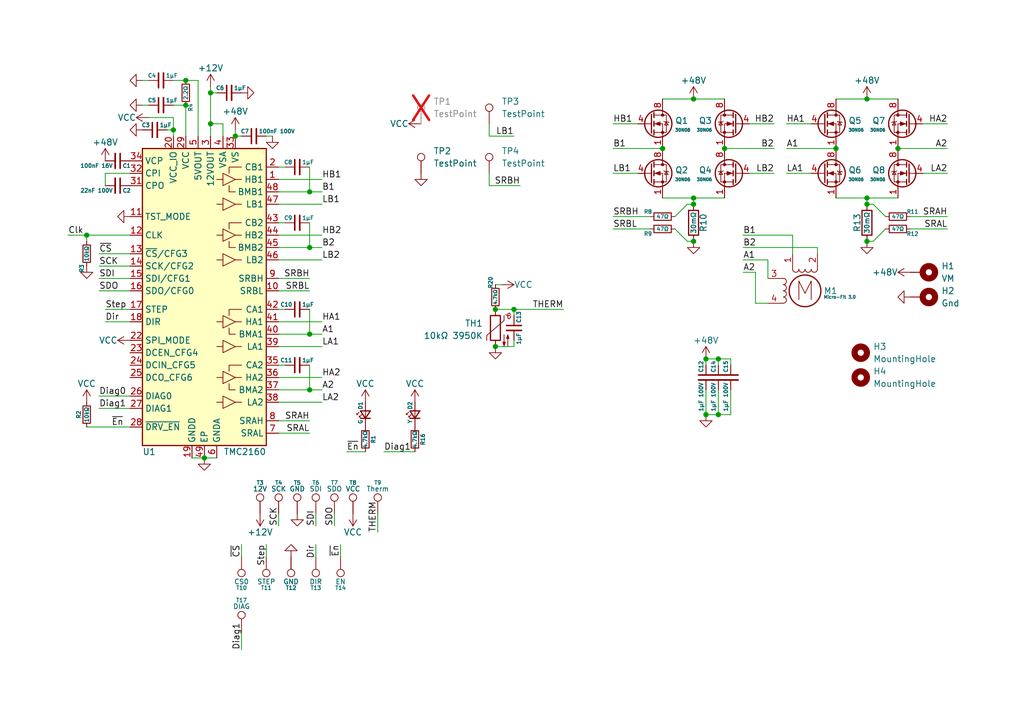
<source format=kicad_sch>
(kicad_sch (version 20230121) (generator eeschema)
  (paper "A5")
  (lib_symbols
    (symbol "Connector:TestPoint" (pin_numbers hide) (pin_names (offset 0.762) hide)
      (property "Reference" "TP" (at 0 6.858 0))
      (property "Value" "TestPoint" (at 0 5.08 0))
      (symbol "TestPoint_0_1"
        (circle (center 0 3.302) (radius 0.762))
      )
      (symbol "TestPoint_1_1"
        (pin passive line (at 0 0 90) (length 2.54) (name "1") (number "1"))
      )
    )
    (symbol "Device:C_Small" (pin_numbers hide) (pin_names (offset 0.254) hide)
      (property "Reference" "C" (at 0.254 1.778 0))
      (property "Value" "C_Small" (at 0.254 -2.032 0))
      (symbol "C_Small_0_1"
        (polyline (pts (xy -1.524 -0.508) (xy 1.524 -0.508)) (stroke (width 0.3302)))
        (polyline (pts (xy -1.524 0.508) (xy 1.524 0.508)) (stroke (width 0.3048)))
      )
      (symbol "C_Small_1_1"
        (pin passive line (at 0 2.54 270) (length 2.032) (name "~") (number "1"))
        (pin passive line (at 0 -2.54 90) (length 2.032) (name "~") (number "2"))
      )
    )
    (symbol "Device:LED_Small" (pin_numbers hide) (pin_names (offset 0.254) hide)
      (property "Reference" "D" (at -1.27 3.175 0))
      (property "Value" "LED_Small" (at -4.445 -2.54 0))
      (symbol "LED_Small_0_1"
        (polyline (pts (xy -0.762 -1.016) (xy -0.762 1.016)) (stroke (width 0.254)))
        (polyline (pts (xy 1.016 0) (xy -0.762 0)))
        (polyline (pts (xy 0.762 -1.016) (xy -0.762 0) (xy 0.762 1.016) (xy 0.762 -1.016)) (stroke (width 0.254)))
        (polyline (pts (xy 0 0.762) (xy -0.508 1.27) (xy -0.254 1.27) (xy -0.508 1.27) (xy -0.508 1.016)))
        (polyline (pts (xy 0.508 1.27) (xy 0 1.778) (xy 0.254 1.778) (xy 0 1.778) (xy 0 1.524)))
      )
      (symbol "LED_Small_1_1"
        (pin passive line (at -2.54 0 0) (length 1.778) (name "K") (number "1"))
        (pin passive line (at 2.54 0 180) (length 1.778) (name "A") (number "2"))
      )
    )
    (symbol "Device:R" (pin_numbers hide) (pin_names (offset 0))
      (property "Reference" "R" (at 2.032 0 90))
      (property "Value" "R" (at 0 0 90))
      (symbol "R_0_1"
        (rectangle (start -1.016 -2.54) (end 1.016 2.54) (stroke (width 0.254)))
      )
      (symbol "R_1_1"
        (pin passive line (at 0 3.81 270) (length 1.27) (name "~") (number "1"))
        (pin passive line (at 0 -3.81 90) (length 1.27) (name "~") (number "2"))
      )
    )
    (symbol "Device:R_Small" (pin_numbers hide) (pin_names (offset 0.254) hide)
      (property "Reference" "R" (at 0.762 0.508 0))
      (property "Value" "R_Small" (at 0.762 -1.016 0))
      (symbol "R_Small_0_1"
        (rectangle (start -0.762 1.778) (end 0.762 -1.778) (stroke (width 0.2032)))
      )
      (symbol "R_Small_1_1"
        (pin passive line (at 0 2.54 270) (length 0.762) (name "~") (number "1"))
        (pin passive line (at 0 -2.54 90) (length 0.762) (name "~") (number "2"))
      )
    )
    (symbol "Device:Thermistor_NTC" (pin_numbers hide) (pin_names (offset 0))
      (property "Reference" "TH" (at -4.445 0 90))
      (property "Value" "Thermistor_NTC" (at 3.175 0 90))
      (symbol "Thermistor_NTC_0_1"
        (arc (start -3.048 2.159) (mid -3.0495 2.3143) (end -3.175 2.413))
        (arc (start -3.048 2.159) (mid -2.9736 1.9794) (end -2.794 1.905))
        (arc (start -3.048 2.794) (mid -2.9736 2.6144) (end -2.794 2.54))
        (arc (start -2.794 1.905) (mid -2.6144 1.9794) (end -2.54 2.159))
        (arc (start -2.794 2.54) (mid -2.4393 2.5587) (end -2.159 2.794))
        (arc (start -2.794 3.048) (mid -2.9736 2.9736) (end -3.048 2.794))
        (arc (start -2.54 2.794) (mid -2.6144 2.9736) (end -2.794 3.048))
        (rectangle (start -1.016 2.54) (end 1.016 -2.54) (stroke (width 0.254)))
        (polyline (pts (xy -2.54 2.159) (xy -2.54 2.794)))
        (polyline (pts (xy -1.778 2.54) (xy -1.778 1.524) (xy 1.778 -1.524) (xy 1.778 -2.54)))
        (polyline (pts (xy -2.54 -3.683) (xy -2.54 -1.397) (xy -2.794 -2.159) (xy -2.286 -2.159) (xy -2.54 -1.397) (xy -2.54 -1.651)) (fill (type outline)))
        (polyline (pts (xy -1.778 -1.397) (xy -1.778 -3.683) (xy -2.032 -2.921) (xy -1.524 -2.921) (xy -1.778 -3.683) (xy -1.778 -3.429)) (fill (type outline)))
      )
      (symbol "Thermistor_NTC_1_1"
        (pin passive line (at 0 3.81 270) (length 1.27) (name "~") (number "1"))
        (pin passive line (at 0 -3.81 90) (length 1.27) (name "~") (number "2"))
      )
    )
    (symbol "Mechanical:MountingHole" (pin_names (offset 1.016))
      (property "Reference" "H" (at 0 5.08 0))
      (property "Value" "MountingHole" (at 0 3.175 0))
      (symbol "MountingHole_0_1"
        (circle (center 0 0) (radius 1.27) (stroke (width 1.27)))
      )
    )
    (symbol "Mechanical:MountingHole_Pad" (pin_numbers hide) (pin_names (offset 1.016) hide)
      (property "Reference" "H" (at 0 6.35 0))
      (property "Value" "MountingHole_Pad" (at 0 4.445 0))
      (symbol "MountingHole_Pad_0_1"
        (circle (center 0 1.27) (radius 1.27) (stroke (width 1.27)))
      )
      (symbol "MountingHole_Pad_1_1"
        (pin input line (at 0 -2.54 90) (length 2.54) (name "1") (number "1"))
      )
    )
    (symbol "Motor:Stepper_Motor_bipolar" (pin_names (offset 0) hide)
      (property "Reference" "M" (at 3.81 2.54 0))
      (property "Value" "Stepper_Motor_bipolar" (at 3.81 1.27 0))
      (symbol "Stepper_Motor_bipolar_0_0"
        (polyline (pts (xy -1.27 -1.778) (xy -1.27 2.032) (xy 0 -0.508) (xy 1.27 2.032) (xy 1.27 -1.778)))
      )
      (symbol "Stepper_Motor_bipolar_0_1"
        (arc (start -4.445 -2.54) (mid -3.8127 -1.905) (end -4.445 -1.27))
        (arc (start -4.445 -1.27) (mid -3.8127 -0.635) (end -4.445 0))
        (arc (start -4.445 0) (mid -3.8127 0.635) (end -4.445 1.27))
        (arc (start -4.445 1.27) (mid -3.8127 1.905) (end -4.445 2.54))
        (arc (start -2.54 4.445) (mid -1.905 3.8127) (end -1.27 4.445))
        (arc (start -1.27 4.445) (mid -0.635 3.8127) (end 0 4.445))
        (polyline (pts (xy -5.08 -2.54) (xy -4.445 -2.54)))
        (polyline (pts (xy -5.08 2.54) (xy -4.445 2.54)))
        (polyline (pts (xy -2.54 5.08) (xy -2.54 4.445)))
        (polyline (pts (xy 2.54 5.08) (xy 2.54 4.445)))
        (circle (center 0 0) (radius 3.2512) (stroke (width 0.254)))
        (arc (start 0 4.445) (mid 0.635 3.8127) (end 1.27 4.445))
        (arc (start 1.27 4.445) (mid 1.905 3.8127) (end 2.54 4.445))
      )
      (symbol "Stepper_Motor_bipolar_1_1"
        (pin passive line (at -2.54 7.62 270) (length 2.54) (name "~") (number "1"))
        (pin passive line (at 2.54 7.62 270) (length 2.54) (name "-") (number "2"))
        (pin passive line (at -7.62 2.54 0) (length 2.54) (name "~") (number "3"))
        (pin passive line (at -7.62 -2.54 0) (length 2.54) (name "~") (number "4"))
      )
    )
    (symbol "corevus:NMOS_DFN8" (pin_names hide)
      (property "Reference" "Q" (at 3.81 0 0))
      (property "Value" "NMOS" (at 3.81 -1.27 0))
      (symbol "NMOS_DFN8_0_1"
        (polyline (pts (xy -1.016 0) (xy -2.54 0)))
        (polyline (pts (xy -1.016 1.905) (xy -1.016 -1.905)) (stroke (width 0.254)))
        (polyline (pts (xy -0.508 -1.27) (xy -0.508 -2.286)) (stroke (width 0.254)))
        (polyline (pts (xy -0.508 0.508) (xy -0.508 -0.508)) (stroke (width 0.254)))
        (polyline (pts (xy -0.508 2.286) (xy -0.508 1.27)) (stroke (width 0.254)))
        (polyline (pts (xy 1.27 2.54) (xy 1.27 1.778)))
        (polyline (pts (xy 1.27 -2.54) (xy 1.27 0) (xy -0.508 0)))
        (polyline (pts (xy -0.508 -1.778) (xy 2.032 -1.778) (xy 2.032 1.778) (xy -0.508 1.778)))
        (polyline (pts (xy -0.254 0) (xy 0.762 0.381) (xy 0.762 -0.381) (xy -0.254 0)) (fill (type outline)))
        (polyline (pts (xy 1.524 0.508) (xy 1.651 0.381) (xy 2.413 0.381) (xy 2.54 0.254)))
        (polyline (pts (xy 2.032 0.381) (xy 1.651 -0.254) (xy 2.413 -0.254) (xy 2.032 0.381)))
        (circle (center 0.381 0) (radius 2.794) (stroke (width 0.254)))
        (circle (center 1.27 -1.778) (radius 0.254) (fill (type outline)))
        (circle (center 1.27 1.778) (radius 0.254) (fill (type outline)))
      )
      (symbol "NMOS_DFN8_1_1"
        (pin unspecified line (at 1.27 -5.08 90) (length 2.54) (name "S") (number "1"))
        (pin unspecified line (at 1.27 -5.08 90) (length 2.54) hide (name "S") (number "2"))
        (pin unspecified line (at 1.27 -5.08 90) (length 2.54) hide (name "S") (number "3"))
        (pin unspecified line (at -3.81 0 0) (length 1.27) (name "G") (number "4"))
        (pin unspecified line (at 1.27 5.08 270) (length 2.54) hide (name "D") (number "5"))
        (pin unspecified line (at 1.27 5.08 270) (length 2.54) hide (name "D") (number "6"))
        (pin unspecified line (at 1.27 5.08 270) (length 2.54) hide (name "D") (number "7"))
        (pin unspecified line (at 1.27 5.08 270) (length 2.54) (name "D") (number "8"))
      )
    )
    (symbol "corevus:TMC2160A-TA"
      (property "Reference" "U" (at -12.7 -31.75 0))
      (property "Value" "TMC2160" (at 12.7 -31.75 0))
      (symbol "TMC2160A-TA_0_1"
        (polyline (pts (xy 3.81 -21.59) (xy 2.54 -21.59)))
        (polyline (pts (xy 3.81 -16.51) (xy 2.54 -16.51)))
        (polyline (pts (xy 3.81 -10.16) (xy 2.54 -10.16)))
        (polyline (pts (xy 3.81 -5.08) (xy 2.54 -5.08)))
        (polyline (pts (xy 3.81 7.62) (xy 2.54 7.62)))
        (polyline (pts (xy 3.81 12.7) (xy 2.54 12.7)))
        (polyline (pts (xy 3.81 19.05) (xy 2.54 19.05)))
        (polyline (pts (xy 3.81 24.13) (xy 2.54 24.13)))
        (polyline (pts (xy 6.35 -21.59) (xy 7.62 -21.59)))
        (polyline (pts (xy 6.35 -10.16) (xy 7.62 -10.16)))
        (polyline (pts (xy 6.35 7.62) (xy 7.62 7.62)))
        (polyline (pts (xy 6.35 19.05) (xy 7.62 19.05)))
        (polyline (pts (xy 7.62 -16.51) (xy 6.35 -16.51)))
        (polyline (pts (xy 7.62 -5.08) (xy 6.35 -5.08)))
        (polyline (pts (xy 7.62 12.7) (xy 6.35 12.7)))
        (polyline (pts (xy 7.62 24.13) (xy 6.35 24.13)))
        (polyline (pts (xy 5.08 -17.78) (xy 5.08 -19.05) (xy 6.35 -19.05)))
        (polyline (pts (xy 5.08 -15.24) (xy 5.08 -13.97) (xy 7.62 -13.97)))
        (polyline (pts (xy 5.08 -6.35) (xy 5.08 -7.62) (xy 6.35 -7.62)))
        (polyline (pts (xy 5.08 -3.81) (xy 5.08 -2.54) (xy 7.62 -2.54)))
        (polyline (pts (xy 5.08 11.43) (xy 5.08 10.16) (xy 6.35 10.16)))
        (polyline (pts (xy 5.08 13.97) (xy 5.08 15.24) (xy 7.62 15.24)))
        (polyline (pts (xy 5.08 22.86) (xy 5.08 21.59) (xy 6.35 21.59)))
        (polyline (pts (xy 5.08 25.4) (xy 5.08 26.67) (xy 7.62 26.67)))
        (polyline (pts (xy 6.35 -21.59) (xy 3.81 -20.32) (xy 3.81 -22.86) (xy 6.35 -21.59)))
        (polyline (pts (xy 6.35 -16.51) (xy 3.81 -15.24) (xy 3.81 -17.78) (xy 6.35 -16.51)))
        (polyline (pts (xy 6.35 -10.16) (xy 3.81 -8.89) (xy 3.81 -11.43) (xy 6.35 -10.16)))
        (polyline (pts (xy 6.35 -5.08) (xy 3.81 -3.81) (xy 3.81 -6.35) (xy 6.35 -5.08)))
        (polyline (pts (xy 6.35 7.62) (xy 3.81 8.89) (xy 3.81 6.35) (xy 6.35 7.62)))
        (polyline (pts (xy 6.35 12.7) (xy 3.81 13.97) (xy 3.81 11.43) (xy 6.35 12.7)))
        (polyline (pts (xy 6.35 19.05) (xy 3.81 20.32) (xy 3.81 17.78) (xy 6.35 19.05)))
        (polyline (pts (xy 6.35 24.13) (xy 3.81 25.4) (xy 3.81 22.86) (xy 6.35 24.13)))
      )
      (symbol "TMC2160A-TA_1_1"
        (rectangle (start -12.7 30.48) (end 12.7 -30.48) (stroke (width 0.254)) (fill (type background)))
        (pin output line (at 15.24 24.13 180) (length 2.54) (name "HB1") (number "1"))
        (pin input line (at 15.24 1.27 180) (length 2.54) (name "SRBL") (number "10"))
        (pin input line (at -15.24 16.51 0) (length 2.54) (name "TST_MODE") (number "11"))
        (pin input line (at -15.24 12.7 0) (length 2.54) (name "CLK") (number "12"))
        (pin input line (at -15.24 8.89 0) (length 2.54) (name "~{CS}/CFG3") (number "13"))
        (pin input line (at -15.24 6.35 0) (length 2.54) (name "SCK/CFG2") (number "14"))
        (pin input line (at -15.24 3.81 0) (length 2.54) (name "SDI/CFG1") (number "15"))
        (pin passive line (at -15.24 1.27 0) (length 2.54) (name "SDO/CFG0") (number "16"))
        (pin input line (at -15.24 -2.54 0) (length 2.54) (name "STEP") (number "17"))
        (pin input line (at -15.24 -5.08 0) (length 2.54) (name "DIR") (number "18"))
        (pin power_in line (at -2.54 -33.02 90) (length 2.54) (name "GNDD") (number "19"))
        (pin output line (at 15.24 26.67 180) (length 2.54) (name "CB1") (number "2"))
        (pin power_in line (at -6.35 33.02 270) (length 2.54) (name "VCC_IO") (number "20"))
        (pin passive line (at -6.35 33.02 270) (length 2.54) hide (name "VCC_IO") (number "21"))
        (pin input line (at -15.24 -8.89 0) (length 2.54) (name "SPI_MODE") (number "22"))
        (pin input line (at -15.24 -11.43 0) (length 2.54) (name "DCEN_CFG4") (number "23"))
        (pin input line (at -15.24 -13.97 0) (length 2.54) (name "DCIN_CFG5") (number "24"))
        (pin output line (at -15.24 -16.51 0) (length 2.54) (name "DCO_CFG6") (number "25"))
        (pin output line (at -15.24 -20.32 0) (length 2.54) (name "DIAG0") (number "26"))
        (pin output line (at -15.24 -22.86 0) (length 2.54) (name "DIAG1") (number "27"))
        (pin input line (at -15.24 -26.67 0) (length 2.54) (name "~{DRV_EN}") (number "28"))
        (pin power_in line (at -3.81 33.02 270) (length 2.54) (name "VCC") (number "29"))
        (pin power_in line (at 1.27 33.02 270) (length 2.54) (name "12VOUT") (number "3"))
        (pin passive line (at -2.54 -33.02 90) (length 2.54) hide (name "GNDD") (number "30"))
        (pin passive line (at -15.24 22.86 0) (length 2.54) (name "CPO") (number "31"))
        (pin passive line (at -15.24 25.4 0) (length 2.54) (name "CPI") (number "32"))
        (pin power_in line (at 6.35 33.02 270) (length 2.54) (name "VS") (number "33"))
        (pin passive line (at -15.24 27.94 0) (length 2.54) (name "VCP") (number "34"))
        (pin passive line (at 15.24 -13.97 180) (length 2.54) (name "CA2") (number "35"))
        (pin output line (at 15.24 -16.51 180) (length 2.54) (name "HA2") (number "36"))
        (pin passive line (at 15.24 -19.05 180) (length 2.54) (name "BMA2") (number "37"))
        (pin output line (at 15.24 -21.59 180) (length 2.54) (name "LA2") (number "38"))
        (pin output line (at 15.24 -10.16 180) (length 2.54) (name "LA1") (number "39"))
        (pin power_in line (at 3.81 33.02 270) (length 2.54) (name "VSA") (number "4"))
        (pin passive line (at 15.24 -7.62 180) (length 2.54) (name "BMA1") (number "40"))
        (pin output line (at 15.24 -5.08 180) (length 2.54) (name "HA1") (number "41"))
        (pin output line (at 15.24 -2.54 180) (length 2.54) (name "CA1") (number "42"))
        (pin passive line (at 15.24 15.24 180) (length 2.54) (name "CB2") (number "43"))
        (pin output line (at 15.24 12.7 180) (length 2.54) (name "HB2") (number "44"))
        (pin passive line (at 15.24 10.16 180) (length 2.54) (name "BMB2") (number "45"))
        (pin output line (at 15.24 7.62 180) (length 2.54) (name "LB2") (number "46"))
        (pin output line (at 15.24 19.05 180) (length 2.54) (name "LB1") (number "47"))
        (pin passive line (at 15.24 21.59 180) (length 2.54) (name "BMB1") (number "48"))
        (pin power_in line (at 0 -33.02 90) (length 2.54) (name "EP") (number "49"))
        (pin power_out line (at -1.27 33.02 270) (length 2.54) (name "5VOUT") (number "5"))
        (pin power_in line (at 2.54 -33.02 90) (length 2.54) (name "GNDA") (number "6"))
        (pin input line (at 15.24 -27.94 180) (length 2.54) (name "SRAL") (number "7"))
        (pin input line (at 15.24 -25.4 180) (length 2.54) (name "SRAH") (number "8"))
        (pin input line (at 15.24 3.81 180) (length 2.54) (name "SRBH") (number "9"))
      )
    )
    (symbol "power:+12V" (power) (pin_names (offset 0))
      (property "Value" "+12V" (at 0 3.556 0))
      (symbol "+12V_0_1"
        (polyline (pts (xy -0.762 1.27) (xy 0 2.54)))
        (polyline (pts (xy 0 0) (xy 0 2.54)))
        (polyline (pts (xy 0 2.54) (xy 0.762 1.27)))
      )
      (symbol "+12V_1_1"
        (pin power_in line (at 0 0 90) (length 0) hide (name "+12V") (number "1"))
      )
    )
    (symbol "power:+48V" (power) (pin_names (offset 0))
      (property "Value" "+48V" (at 0 3.556 0))
      (symbol "+48V_0_1"
        (polyline (pts (xy -0.762 1.27) (xy 0 2.54)))
        (polyline (pts (xy 0 0) (xy 0 2.54)))
        (polyline (pts (xy 0 2.54) (xy 0.762 1.27)))
      )
      (symbol "+48V_1_1"
        (pin power_in line (at 0 0 90) (length 0) hide (name "+48V") (number "1"))
      )
    )
    (symbol "power:GND" (power) (pin_names (offset 0))
      (property "Value" "GND" (at 0 -3.81 0))
      (symbol "GND_0_1"
        (polyline (pts (xy 0 0) (xy 0 -1.27) (xy 1.27 -1.27) (xy 0 -2.54) (xy -1.27 -1.27) (xy 0 -1.27)))
      )
      (symbol "GND_1_1"
        (pin power_in line (at 0 0 270) (length 0) hide (name "GND") (number "1"))
      )
    )
    (symbol "power:VCC" (power) (pin_names (offset 0))
      (property "Value" "VCC" (at 0 3.81 0))
      (symbol "VCC_0_1"
        (polyline (pts (xy -0.762 1.27) (xy 0 2.54)))
        (polyline (pts (xy 0 0) (xy 0 2.54)))
        (polyline (pts (xy 0 2.54) (xy 0.762 1.27)))
      )
      (symbol "VCC_1_1"
        (pin power_in line (at 0 0 90) (length 0) hide (name "VCC") (number "1"))
      )
    )
  )
  (junction (at 105.41 63.5))
  (junction (at 148.59 30.48))
  (junction (at 63.5 68.58))
  (junction (at 144.78 73.66))
  (junction (at 171.45 30.48))
  (junction (at 43.18 25.4))
  (junction (at 63.5 50.8))
  (junction (at 142.24 49.53))
  (junction (at 101.6 63.5))
  (junction (at 63.5 39.37))
  (junction (at 177.8 49.53))
  (junction (at 142.24 41.91))
  (junction (at 17.78 48.26))
  (junction (at 177.8 41.91))
  (junction (at 142.24 20.32))
  (junction (at 38.1 16.51))
  (junction (at 184.15 30.48))
  (junction (at 38.1 21.59))
  (junction (at 48.26 27.94))
  (junction (at 142.24 40.64))
  (junction (at 177.8 40.64))
  (junction (at 101.6 71.12))
  (junction (at 135.89 30.48))
  (junction (at 41.91 93.98))
  (junction (at 35.56 26.67))
  (junction (at 147.32 85.09))
  (junction (at 177.8 20.32))
  (junction (at 43.18 19.05))
  (junction (at 63.5 80.01))
  (junction (at 147.32 73.66))
  (junction (at 144.78 85.09))
  (wire (pts (xy 105.41 63.5) (xy 105.41 64.77)))
  (wire (pts (xy 29.21 16.51) (xy 30.48 16.51)))
  (wire (pts (xy 35.56 16.51) (xy 38.1 16.51)))
  (wire (pts (xy 105.41 63.5) (xy 115.57 63.5)))
  (wire (pts (xy 171.45 40.64) (xy 177.8 40.64)))
  (wire (pts (xy 142.24 40.64) (xy 135.89 40.64)))
  (wire (pts (xy 40.64 16.51) (xy 38.1 16.51)))
  (wire (pts (xy 148.59 30.48) (xy 158.75 30.48)))
  (wire (pts (xy 63.5 88.9) (xy 57.15 88.9)))
  (wire (pts (xy 142.24 40.64) (xy 148.59 40.64)))
  (wire (pts (xy 58.42 34.29) (xy 57.15 34.29)))
  (wire (pts (xy 57.15 48.26) (xy 66.04 48.26)))
  (wire (pts (xy 63.5 74.93) (xy 63.5 80.01)))
  (wire (pts (xy 106.68 38.1) (xy 100.33 38.1)))
  (wire (pts (xy 20.32 52.07) (xy 26.67 52.07)))
  (wire (pts (xy 29.21 21.59) (xy 30.48 21.59)))
  (wire (pts (xy 63.5 68.58) (xy 57.15 68.58)))
  (wire (pts (xy 177.8 40.64) (xy 177.8 41.91)))
  (wire (pts (xy 135.89 20.32) (xy 142.24 20.32)))
  (wire (pts (xy 17.78 49.53) (xy 17.78 48.26)))
  (wire (pts (xy 144.78 74.93) (xy 144.78 73.66)))
  (wire (pts (xy 20.32 83.82) (xy 26.67 83.82)))
  (wire (pts (xy 54.61 111.76) (xy 54.61 114.3)))
  (wire (pts (xy 57.15 53.34) (xy 66.04 53.34)))
  (wire (pts (xy 35.56 21.59) (xy 38.1 21.59)))
  (wire (pts (xy 142.24 40.64) (xy 142.24 41.91)))
  (wire (pts (xy 17.78 87.63) (xy 26.67 87.63)))
  (wire (pts (xy 177.8 20.32) (xy 184.15 20.32)))
  (wire (pts (xy 144.78 85.09) (xy 144.78 80.01)))
  (wire (pts (xy 63.5 39.37) (xy 66.04 39.37)))
  (wire (pts (xy 63.5 50.8) (xy 57.15 50.8)))
  (wire (pts (xy 162.56 48.26) (xy 162.56 52.07)))
  (wire (pts (xy 20.32 57.15) (xy 26.67 57.15)))
  (wire (pts (xy 147.32 74.93) (xy 147.32 73.66)))
  (wire (pts (xy 34.29 26.67) (xy 35.56 26.67)))
  (wire (pts (xy 158.75 35.56) (xy 153.67 35.56)))
  (wire (pts (xy 63.5 45.72) (xy 63.5 50.8)))
  (wire (pts (xy 55.88 27.94) (xy 54.61 27.94)))
  (wire (pts (xy 144.78 85.09) (xy 147.32 85.09)))
  (wire (pts (xy 194.31 35.56) (xy 189.23 35.56)))
  (wire (pts (xy 102.87 58.42) (xy 101.6 58.42)))
  (wire (pts (xy 41.91 93.98) (xy 44.45 93.98)))
  (wire (pts (xy 161.29 30.48) (xy 171.45 30.48)))
  (wire (pts (xy 138.43 46.99) (xy 140.97 49.53)))
  (wire (pts (xy 63.5 34.29) (xy 63.5 39.37)))
  (wire (pts (xy 57.15 77.47) (xy 66.04 77.47)))
  (wire (pts (xy 171.45 20.32) (xy 177.8 20.32)))
  (wire (pts (xy 161.29 25.4) (xy 166.37 25.4)))
  (wire (pts (xy 167.64 50.8) (xy 167.64 52.07)))
  (wire (pts (xy 125.73 46.99) (xy 133.35 46.99)))
  (wire (pts (xy 49.53 133.35) (xy 49.53 129.54)))
  (wire (pts (xy 21.59 66.04) (xy 26.67 66.04)))
  (wire (pts (xy 43.18 25.4) (xy 45.72 25.4)))
  (wire (pts (xy 43.18 17.78) (xy 43.18 19.05)))
  (wire (pts (xy 63.5 86.36) (xy 57.15 86.36)))
  (wire (pts (xy 194.31 44.45) (xy 186.69 44.45)))
  (wire (pts (xy 105.41 63.5) (xy 101.6 63.5)))
  (wire (pts (xy 20.32 59.69) (xy 26.67 59.69)))
  (wire (pts (xy 147.32 85.09) (xy 147.32 80.01)))
  (wire (pts (xy 57.15 66.04) (xy 66.04 66.04)))
  (wire (pts (xy 40.64 16.51) (xy 40.64 27.94)))
  (wire (pts (xy 57.15 82.55) (xy 66.04 82.55)))
  (wire (pts (xy 44.45 19.05) (xy 43.18 19.05)))
  (wire (pts (xy 101.6 71.12) (xy 105.41 71.12)))
  (wire (pts (xy 63.5 57.15) (xy 57.15 57.15)))
  (wire (pts (xy 142.24 20.32) (xy 148.59 20.32)))
  (wire (pts (xy 35.56 24.13) (xy 35.56 26.67)))
  (wire (pts (xy 68.58 107.95) (xy 68.58 105.41)))
  (wire (pts (xy 21.59 35.56) (xy 26.67 35.56)))
  (wire (pts (xy 152.4 48.26) (xy 162.56 48.26)))
  (wire (pts (xy 105.41 27.94) (xy 100.33 27.94)))
  (wire (pts (xy 57.15 36.83) (xy 66.04 36.83)))
  (wire (pts (xy 57.15 41.91) (xy 66.04 41.91)))
  (wire (pts (xy 125.73 44.45) (xy 133.35 44.45)))
  (wire (pts (xy 140.97 49.53) (xy 142.24 49.53)))
  (wire (pts (xy 179.07 49.53) (xy 177.8 49.53)))
  (wire (pts (xy 181.61 44.45) (xy 179.07 41.91)))
  (wire (pts (xy 100.33 27.94) (xy 100.33 25.4)))
  (wire (pts (xy 144.78 73.66) (xy 147.32 73.66)))
  (wire (pts (xy 43.18 25.4) (xy 43.18 27.94)))
  (wire (pts (xy 147.32 85.09) (xy 149.86 85.09)))
  (wire (pts (xy 78.74 92.71) (xy 85.09 92.71)))
  (wire (pts (xy 194.31 46.99) (xy 186.69 46.99)))
  (wire (pts (xy 125.73 30.48) (xy 135.89 30.48)))
  (wire (pts (xy 21.59 38.1) (xy 21.59 35.56)))
  (wire (pts (xy 140.97 41.91) (xy 142.24 41.91)))
  (wire (pts (xy 63.5 80.01) (xy 66.04 80.01)))
  (wire (pts (xy 64.77 111.76) (xy 64.77 114.3)))
  (wire (pts (xy 100.33 38.1) (xy 100.33 35.56)))
  (wire (pts (xy 58.42 63.5) (xy 57.15 63.5)))
  (wire (pts (xy 177.8 40.64) (xy 184.15 40.64)))
  (wire (pts (xy 20.32 54.61) (xy 26.67 54.61)))
  (wire (pts (xy 64.77 107.95) (xy 64.77 105.41)))
  (wire (pts (xy 154.94 55.88) (xy 154.94 62.23)))
  (wire (pts (xy 154.94 62.23) (xy 157.48 62.23)))
  (wire (pts (xy 30.48 24.13) (xy 35.56 24.13)))
  (wire (pts (xy 63.5 80.01) (xy 57.15 80.01)))
  (wire (pts (xy 13.97 48.26) (xy 17.78 48.26)))
  (wire (pts (xy 69.85 111.76) (xy 69.85 114.3)))
  (wire (pts (xy 48.26 26.67) (xy 48.26 27.94)))
  (wire (pts (xy 38.1 21.59) (xy 38.1 27.94)))
  (wire (pts (xy 17.78 48.26) (xy 26.67 48.26)))
  (wire (pts (xy 157.48 53.34) (xy 157.48 57.15)))
  (wire (pts (xy 125.73 25.4) (xy 130.81 25.4)))
  (wire (pts (xy 41.91 93.98) (xy 39.37 93.98)))
  (wire (pts (xy 71.12 92.71) (xy 74.93 92.71)))
  (wire (pts (xy 43.18 19.05) (xy 43.18 25.4)))
  (wire (pts (xy 21.59 63.5) (xy 26.67 63.5)))
  (wire (pts (xy 179.07 41.91) (xy 177.8 41.91)))
  (wire (pts (xy 105.41 69.85) (xy 105.41 71.12)))
  (wire (pts (xy 149.86 85.09) (xy 149.86 80.01)))
  (wire (pts (xy 194.31 25.4) (xy 189.23 25.4)))
  (wire (pts (xy 57.15 107.95) (xy 57.15 105.41)))
  (wire (pts (xy 152.4 53.34) (xy 157.48 53.34)))
  (wire (pts (xy 63.5 50.8) (xy 66.04 50.8)))
  (wire (pts (xy 49.53 111.76) (xy 49.53 114.3)))
  (wire (pts (xy 58.42 45.72) (xy 57.15 45.72)))
  (wire (pts (xy 181.61 46.99) (xy 179.07 49.53)))
  (wire (pts (xy 57.15 71.12) (xy 66.04 71.12)))
  (wire (pts (xy 161.29 35.56) (xy 166.37 35.56)))
  (wire (pts (xy 77.47 109.22) (xy 77.47 105.41)))
  (wire (pts (xy 149.86 73.66) (xy 147.32 73.66)))
  (wire (pts (xy 58.42 74.93) (xy 57.15 74.93)))
  (wire (pts (xy 152.4 55.88) (xy 154.94 55.88)))
  (wire (pts (xy 63.5 63.5) (xy 63.5 68.58)))
  (wire (pts (xy 158.75 25.4) (xy 153.67 25.4)))
  (wire (pts (xy 184.15 30.48) (xy 194.31 30.48)))
  (wire (pts (xy 45.72 25.4) (xy 45.72 27.94)))
  (wire (pts (xy 20.32 81.28) (xy 26.67 81.28)))
  (wire (pts (xy 125.73 35.56) (xy 130.81 35.56)))
  (wire (pts (xy 152.4 50.8) (xy 167.64 50.8)))
  (wire (pts (xy 35.56 26.67) (xy 35.56 27.94)))
  (wire (pts (xy 49.53 27.94) (xy 48.26 27.94)))
  (wire (pts (xy 138.43 44.45) (xy 140.97 41.91)))
  (wire (pts (xy 63.5 68.58) (xy 66.04 68.58)))
  (wire (pts (xy 63.5 59.69) (xy 57.15 59.69)))
  (wire (pts (xy 149.86 74.93) (xy 149.86 73.66)))
  (wire (pts (xy 63.5 39.37) (xy 57.15 39.37)))
  (label "HB1" (at 66.04 36.83 0))
  (label "Diag1" (at 49.53 133.35 90))
  (label "SRAH" (at 194.31 44.45 180))
  (label "HA1" (at 66.04 66.04 0))
  (label "Dir" (at 64.77 111.76 270))
  (label "SRBL" (at 125.73 46.99 0))
  (label "A2" (at 194.31 30.48 180))
  (label "HB2" (at 158.75 25.4 180))
  (label "~{CS}" (at 49.53 111.76 270))
  (label "HA1" (at 161.29 25.4 0))
  (label "B1" (at 125.73 30.48 0))
  (label "Clk" (at 13.97 48.26 0))
  (label "B1" (at 66.04 39.37 0))
  (label "HB2" (at 66.04 48.26 0))
  (label "LB1" (at 125.73 35.56 0))
  (label "~{En}" (at 69.85 111.76 270))
  (label "SRAL" (at 194.31 46.99 180))
  (label "B2" (at 66.04 50.8 0))
  (label "SRBL" (at 63.5 59.69 180))
  (label "~{CS}" (at 20.32 52.07 0))
  (label "LB2" (at 66.04 53.34 0))
  (label "HB1" (at 125.73 25.4 0))
  (label "THERM" (at 115.57 63.5 180))
  (label "Step" (at 21.59 63.5 0))
  (label "HA2" (at 66.04 77.47 0))
  (label "~{En}" (at 71.12 92.71 0))
  (label "LB1" (at 66.04 41.91 0))
  (label "~{En}" (at 22.86 87.63 0))
  (label "LA2" (at 66.04 82.55 0))
  (label "HA2" (at 194.31 25.4 180))
  (label "A1" (at 152.4 53.34 0))
  (label "SRAL" (at 63.5 88.9 180))
  (label "B1" (at 152.4 48.26 0))
  (label "A2" (at 152.4 55.88 0))
  (label "SCK" (at 57.15 107.95 90))
  (label "Diag0" (at 20.32 81.28 0))
  (label "LA1" (at 161.29 35.56 0))
  (label "SDI" (at 20.32 57.15 0))
  (label "Diag1" (at 20.32 83.82 0))
  (label "LB1" (at 105.41 27.94 180))
  (label "THERM" (at 77.47 109.22 90))
  (label "SRAH" (at 63.5 86.36 180))
  (label "Dir" (at 21.59 66.04 0))
  (label "B2" (at 152.4 50.8 0))
  (label "A2" (at 66.04 80.01 0))
  (label "SRBH" (at 125.73 44.45 0))
  (label "Step" (at 54.61 111.76 270))
  (label "SRBH" (at 63.5 57.15 180))
  (label "B2" (at 158.75 30.48 180))
  (label "LA1" (at 66.04 71.12 0))
  (label "Diag1" (at 78.74 92.71 0))
  (label "SDI" (at 64.77 107.95 90))
  (label "LA2" (at 194.31 35.56 180))
  (label "LB2" (at 158.75 35.56 180))
  (label "SCK" (at 20.32 54.61 0))
  (label "A1" (at 66.04 68.58 0))
  (label "A1" (at 161.29 30.48 0))
  (label "SDO" (at 68.58 107.95 90))
  (label "SRBH" (at 106.68 38.1 180))
  (label "SDO" (at 20.32 59.69 0))
  (symbol (lib_id "Device:R_Small") (at 184.15 44.45 90) (unit 1)
    (property "Reference" "R11" (at 187.15 43.45 90) (effects (font (size 0.8 0.8))))
    (property "Value" "47Ω" (at 184.15 44.45 90) (effects (font (size 0.8 0.8))))
    (property "Footprint" "AlphaLib:0402R" (effects hide))
  )
  (symbol (lib_id "Connector:TestPoint") (at 59.69 114.3 0) (mirror x) (unit 1)
    (property "Reference" "T12" (at 59.69 120.65 0) (effects (font (size 0.8 0.8))))
    (property "Value" "GND" (at 59.69 119.38 0) (effects (font (size 1 1))))
    (property "Footprint" "corevus:LGA_Land_2.5mm" (effects hide))
  )
  (symbol (lib_id "power:GND") (at 17.78 54.61 0) (unit 1)
    (property "Reference" "#PWR010" (effects hide))
    (property "Value" "GND" (effects hide))
  )
  (symbol (lib_id "power:VCC") (at 85.09 82.55 0) (unit 1)
    (property "Reference" "#PWR031" (effects hide))
    (property "Value" "VCC" (at 85.09 78.74 0))
  )
  (symbol (lib_id "Device:R_Small") (at 17.78 52.07 0) (mirror y) (unit 1)
    (property "Reference" "R3" (at 16.78 55.07 90) (effects (font (size 0.8 0.8))))
    (property "Value" "10kΩ" (at 17.78 52.07 90) (effects (font (size 0.8 0.8))))
    (property "Footprint" "AlphaLib:0402R" (effects hide))
  )
  (symbol (lib_id "Device:R_Small") (at 184.15 46.99 90) (mirror x) (unit 1)
    (property "Reference" "R12" (at 187.15 47.99 90) (effects (font (size 0.8 0.8))))
    (property "Value" "47Ω" (at 184.15 46.99 90) (effects (font (size 0.8 0.8))))
    (property "Footprint" "AlphaLib:0402R" (effects hide))
  )
  (symbol (lib_id "power:GND") (at 101.6 71.12 0) (unit 1)
    (property "Reference" "#PWR044" (effects hide))
    (property "Value" "GND" (effects hide))
  )
  (symbol (lib_id "corevus:TMC2160A-TA") (at 41.91 60.96 0) (unit 1)
    (property "Reference" "U1" (at 29.21 92.71 0) (effects (justify left)))
    (property "Value" "TMC2160" (at 54.61 92.71 0) (effects (justify right)))
    (property "Footprint" "corevus:TMCx160" (effects hide))
    (property "Datasheet" "https://www.trinamic.com/fileadmin/assets/Products/ICs_Documents/TMC2160A-datasheet_Rev1.06.pdf" (effects hide))
  )
  (symbol (lib_id "Connector:TestPoint") (at 54.61 114.3 0) (mirror x) (unit 1)
    (property "Reference" "T11" (at 54.61 120.65 0) (effects (font (size 0.8 0.8))))
    (property "Value" "STEP" (at 54.61 119.38 0) (effects (font (size 1 1))))
    (property "Footprint" "corevus:LGA_Land_2.5mm" (effects hide))
  )
  (symbol (lib_id "Device:C_Small") (at 147.32 77.47 0) (unit 1)
    (property "Reference" "C14" (at 146.32 76.47 90) (effects (font (size 0.8 0.8)) (justify left)))
    (property "Value" "1μF 100V" (at 146.32 78.47 90) (effects (font (size 0.8 0.8)) (justify right)))
    (property "Footprint" "Capacitor_SMD:C_1206_3216Metric" (effects hide))
  )
  (symbol (lib_id "power:+12V") (at 53.34 105.41 180) (unit 1)
    (property "Reference" "#PWR011" (effects hide))
    (property "Value" "+12V" (at 53.34 109.22 0))
  )
  (symbol (lib_id "Device:C_Small") (at 24.13 38.1 270) (mirror x) (unit 1)
    (property "Reference" "C2" (at 25.13 39.1 90) (effects (font (size 0.8 0.8)) (justify left)))
    (property "Value" "22nF 100V" (at 23.13 39.1 90) (effects (font (size 0.8 0.8)) (justify right)))
    (property "Footprint" "AlphaLib:0402C" (effects hide))
  )
  (symbol (lib_id "Connector:TestPoint") (at 64.77 114.3 0) (mirror x) (unit 1)
    (property "Reference" "T13" (at 64.77 120.65 0) (effects (font (size 0.8 0.8))))
    (property "Value" "DIR" (at 64.77 119.38 0) (effects (font (size 1 1))))
    (property "Footprint" "corevus:LGA_Land_2.5mm" (effects hide))
  )
  (symbol (lib_id "power:VCC") (at 86.36 25.4 90) (unit 1)
    (property "Reference" "#PWR024" (effects hide))
    (property "Value" "VCC" (at 83.82 25.4 90) (effects (justify left)))
  )
  (symbol (lib_id "power:GND") (at 60.96 105.41 0) (unit 1)
    (property "Reference" "#PWR015" (effects hide))
    (property "Value" "GND" (effects hide))
  )
  (symbol (lib_id "Device:C_Small") (at 33.02 21.59 90) (mirror x) (unit 1)
    (property "Reference" "C5" (at 32.02 20.59 90) (effects (font (size 0.8 0.8)) (justify left)))
    (property "Value" "1µF" (at 34.02 20.59 90) (effects (font (size 0.8 0.8)) (justify right)))
    (property "Footprint" "AlphaLib:0402C" (effects hide))
  )
  (symbol (lib_id "power:GND") (at 86.36 35.56 0) (unit 1)
    (property "Reference" "#PWR026" (effects hide))
    (property "Value" "GND" (effects hide))
  )
  (symbol (lib_id "Device:R_Small") (at 74.93 90.17 0) (mirror y) (unit 1)
    (property "Reference" "R1" (at 76.56 90.17 90) (effects (font (size 0.8 0.8))))
    (property "Value" "4.7kΩ" (at 74.93 90.17 90) (effects (font (size 0.8 0.8))))
    (property "Footprint" "AlphaLib:0402R" (effects hide))
  )
  (symbol (lib_id "Device:R") (at 177.8 45.72 0) (mirror y) (unit 1)
    (property "Reference" "R13" (at 176.53 45.72 90) (effects (justify top)))
    (property "Value" "30mΩ" (at 177.8 45.72 90) (effects (font (size 1 1))))
    (property "Footprint" "Resistor_SMD:R_1206_3216Metric" (effects hide))
  )
  (symbol (lib_id "Connector:TestPoint") (at 100.33 25.4 0) (unit 1)
    (property "Reference" "TP3" (at 102.87 20.828 0) (effects (justify left)))
    (property "Value" "TestPoint" (at 102.87 23.368 0) (effects (justify left)))
    (property "Footprint" "TestPoint:TestPoint_Pad_D1.0mm" (effects hide))
  )
  (symbol (lib_id "Connector:TestPoint") (at 49.53 129.54 0) (unit 1)
    (property "Reference" "T17" (at 49.53 123.19 0) (effects (font (size 0.8 0.8))))
    (property "Value" "DIAG" (at 49.53 124.46 0) (effects (font (size 1 1))))
    (property "Footprint" "corevus:LGA_Land_2.5mm" (effects hide))
  )
  (symbol (lib_id "power:VCC") (at 74.93 82.55 0) (unit 1)
    (property "Reference" "#PWR022" (effects hide))
    (property "Value" "VCC" (at 74.93 78.74 0))
  )
  (symbol (lib_id "Device:R") (at 142.24 45.72 0) (unit 1)
    (property "Reference" "R10" (at 143.51 45.72 90) (effects (justify top)))
    (property "Value" "30mΩ" (at 142.24 45.72 90) (effects (font (size 1 1))))
    (property "Footprint" "Resistor_SMD:R_1206_3216Metric" (effects hide))
  )
  (symbol (lib_id "power:VCC") (at 30.48 24.13 90) (unit 1)
    (property "Reference" "#PWR08" (effects hide))
    (property "Value" "VCC" (at 27.94 24.13 90) (effects (justify left)))
  )
  (symbol (lib_id "corevus:NMOS_DFN8") (at 170.18 35.56 0) (unit 1)
    (property "Reference" "Q6" (at 173.99 34.925 0) (effects (justify left)))
    (property "Value" "30N06" (at 173.99 36.83 0) (effects (font (size 0.635 0.635)) (justify left)))
    (property "Footprint" "corevus:MOSFET_DFN8" (effects hide))
  )
  (symbol (lib_id "power:GND") (at 55.88 27.94 0) (mirror y) (unit 1)
    (property "Reference" "#PWR018" (effects hide))
    (property "Value" "GND" (effects hide))
  )
  (symbol (lib_id "Device:C_Small") (at 31.75 26.67 90) (mirror x) (unit 1)
    (property "Reference" "C3" (at 30.75 25.67 90) (effects (font (size 0.8 0.8)) (justify left)))
    (property "Value" "1µF" (at 32.75 25.67 90) (effects (font (size 0.8 0.8)) (justify right)))
    (property "Footprint" "AlphaLib:0402C" (effects hide))
  )
  (symbol (lib_id "Connector:TestPoint") (at 68.58 105.41 0) (unit 1)
    (property "Reference" "T7" (at 68.58 99.06 0) (effects (font (size 0.8 0.8))))
    (property "Value" "SDO" (at 68.58 100.33 0) (effects (font (size 1 1))))
    (property "Footprint" "corevus:LGA_Land_2.5mm" (effects hide))
  )
  (symbol (lib_id "Device:R_Small") (at 85.09 90.17 0) (mirror y) (unit 1)
    (property "Reference" "R16" (at 86.72 90.17 90) (effects (font (size 0.8 0.8))))
    (property "Value" "4.7kΩ" (at 85.09 90.17 90) (effects (font (size 0.8 0.8))))
    (property "Footprint" "AlphaLib:0402R" (effects hide))
  )
  (symbol (lib_id "Device:Thermistor_NTC") (at 101.6 67.31 0) (mirror y) (unit 1)
    (property "Reference" "TH1" (at 99.06 66.3575 0) (effects (justify left)))
    (property "Value" "10kΩ 3950K" (at 99.06 68.8975 0) (effects (justify left)))
    (property "Footprint" "AlphaLib:0402R" (effects hide))
  )
  (symbol (lib_id "Device:R_Small") (at 135.89 44.45 270) (mirror x) (unit 1)
    (property "Reference" "R8" (at 132.89 43.45 90) (effects (font (size 0.8 0.8))))
    (property "Value" "47Ω" (at 135.89 44.45 90) (effects (font (size 0.8 0.8))))
    (property "Footprint" "AlphaLib:0402R" (effects hide))
  )
  (symbol (lib_id "power:+48V") (at 48.26 26.67 0) (unit 1)
    (property "Reference" "#PWR016" (effects hide))
    (property "Value" "+48V" (at 48.26 22.86 0))
  )
  (symbol (lib_id "power:GND") (at 26.67 44.45 270) (unit 1)
    (property "Reference" "#PWR03" (effects hide))
    (property "Value" "GND" (effects hide))
  )
  (symbol (lib_id "corevus:NMOS_DFN8") (at 134.62 25.4 0) (unit 1)
    (property "Reference" "Q1" (at 138.43 24.765 0) (effects (justify left)))
    (property "Value" "30N06" (at 138.43 26.67 0) (effects (font (size 0.635 0.635)) (justify left)))
    (property "Footprint" "corevus:MOSFET_DFN8" (effects hide))
  )
  (symbol (lib_id "Connector:TestPoint") (at 53.34 105.41 0) (unit 1)
    (property "Reference" "T3" (at 53.34 99.06 0) (effects (font (size 0.8 0.8))))
    (property "Value" "12V" (at 53.34 100.33 0) (effects (font (size 1 1))))
    (property "Footprint" "corevus:LGA_Land_2.5mm" (effects hide))
  )
  (symbol (lib_id "Connector:TestPoint") (at 69.85 114.3 0) (mirror x) (unit 1)
    (property "Reference" "T14" (at 69.85 120.65 0) (effects (font (size 0.8 0.8))))
    (property "Value" "EN" (at 69.85 119.38 0) (effects (font (size 1 1))))
    (property "Footprint" "corevus:LGA_Land_2.5mm" (effects hide))
  )
  (symbol (lib_id "Device:C_Small") (at 46.99 19.05 90) (mirror x) (unit 1)
    (property "Reference" "C6" (at 45.99 18.05 90) (effects (font (size 0.8 0.8)) (justify left)))
    (property "Value" "1μF" (at 47.99 18.05 90) (effects (font (size 0.8 0.8)) (justify right)))
    (property "Footprint" "AlphaLib:0402C" (effects hide))
  )
  (symbol (lib_id "power:VCC") (at 72.39 105.41 180) (unit 1)
    (property "Reference" "#PWR019" (effects hide))
    (property "Value" "VCC" (at 72.39 109.22 0))
  )
  (symbol (lib_id "power:VCC") (at 17.78 82.55 0) (unit 1)
    (property "Reference" "#PWR01" (effects hide))
    (property "Value" "VCC" (at 17.78 78.74 0))
  )
  (symbol (lib_id "power:GND") (at 177.8 49.53 0) (unit 1)
    (property "Reference" "#PWR038" (effects hide))
    (property "Value" "GND" (effects hide))
  )
  (symbol (lib_id "power:GND") (at 49.53 19.05 90) (mirror x) (unit 1)
    (property "Reference" "#PWR017" (effects hide))
    (property "Value" "GND" (effects hide))
  )
  (symbol (lib_id "Device:LED_Small") (at 74.93 85.09 90) (unit 1)
    (property "Reference" "D1" (at 73.93 84.09 0) (effects (font (size 0.8 0.8)) (justify left)))
    (property "Value" "G" (at 73.93 86.09 0) (effects (font (size 0.8 0.8)) (justify right)))
    (property "Footprint" "AlphaLib:0603LED" (effects hide))
  )
  (symbol (lib_id "Connector:TestPoint") (at 86.36 35.56 0) (unit 1)
    (property "Reference" "TP2" (at 88.9 30.988 0) (effects (justify left)))
    (property "Value" "TestPoint" (at 88.9 33.528 0) (effects (justify left)))
    (property "Footprint" "TestPoint:TestPoint_Pad_D1.0mm" (effects hide))
  )
  (symbol (lib_id "Device:C_Small") (at 149.86 77.47 0) (unit 1)
    (property "Reference" "C15" (at 148.86 76.47 90) (effects (font (size 0.8 0.8)) (justify left)))
    (property "Value" "1μF 100V" (at 148.86 78.47 90) (effects (font (size 0.8 0.8)) (justify right)))
    (property "Footprint" "Capacitor_SMD:C_1206_3216Metric" (effects hide))
  )
  (symbol (lib_id "Connector:TestPoint") (at 49.53 114.3 180) (unit 1)
    (property "Reference" "T10" (at 49.53 120.65 0) (effects (font (size 0.8 0.8))))
    (property "Value" "CS0" (at 49.53 119.38 0) (effects (font (size 1 1))))
    (property "Footprint" "corevus:LGA_Land_2.5mm" (effects hide))
  )
  (symbol (lib_id "Device:C_Small") (at 105.41 67.31 0) (mirror y) (unit 1)
    (property "Reference" "C13" (at 106.41 66.31 90) (effects (font (size 0.8 0.8)) (justify left)))
    (property "Value" "1μF" (at 106.41 68.31 90) (effects (font (size 0.8 0.8)) (justify right)))
    (property "Footprint" "AlphaLib:0402C" (effects hide))
  )
  (symbol (lib_id "power:GND") (at 29.21 21.59 270) (unit 1)
    (property "Reference" "#PWR06" (effects hide))
    (property "Value" "GND" (effects hide))
  )
  (symbol (lib_id "power:+48V") (at 142.24 20.32 0) (unit 1)
    (property "Reference" "#PWR020" (effects hide))
    (property "Value" "+48V" (at 142.24 16.51 0))
  )
  (symbol (lib_id "power:+48V") (at 177.8 20.32 0) (unit 1)
    (property "Reference" "#PWR021" (effects hide))
    (property "Value" "+48V" (at 177.8 16.51 0))
  )
  (symbol (lib_id "power:+12V") (at 43.18 17.78 0) (unit 1)
    (property "Reference" "#PWR014" (effects hide))
    (property "Value" "+12V" (at 43.18 13.97 0))
  )
  (symbol (lib_id "power:GND") (at 41.91 93.98 0) (unit 1)
    (property "Reference" "#PWR012" (effects hide))
    (property "Value" "GND" (effects hide))
  )
  (symbol (lib_id "power:GND") (at 29.21 26.67 270) (unit 1)
    (property "Reference" "#PWR07" (effects hide))
    (property "Value" "GND" (effects hide))
  )
  (symbol (lib_id "Device:C_Small") (at 60.96 63.5 90) (mirror x) (unit 1)
    (property "Reference" "C10" (at 59.96 62.5 90) (effects (font (size 0.8 0.8)) (justify left)))
    (property "Value" "1μF" (at 61.96 62.5 90) (effects (font (size 0.8 0.8)) (justify right)))
    (property "Footprint" "AlphaLib:0402C" (effects hide))
  )
  (symbol (lib_id "Device:C_Small") (at 144.78 77.47 0) (unit 1)
    (property "Reference" "C12" (at 143.78 76.47 90) (effects (font (size 0.8 0.8)) (justify left)))
    (property "Value" "1μF 100V" (at 143.78 78.47 90) (effects (font (size 0.8 0.8)) (justify right)))
    (property "Footprint" "Capacitor_SMD:C_1206_3216Metric" (effects hide))
  )
  (symbol (lib_id "Mechanical:MountingHole") (at 176.53 77.47 0) (unit 1)
    (property "Reference" "H4" (at 179.07 76.2 0) (effects (justify left)))
    (property "Value" "MountingHole" (at 179.07 78.74 0) (effects (justify left)))
    (property "Footprint" "corevus:ToolingHole" (effects hide))
  )
  (symbol (lib_id "Device:R_Small") (at 17.78 85.09 0) (unit 1)
    (property "Reference" "R2" (at 16.15 85.09 90) (effects (font (size 0.8 0.8))))
    (property "Value" "10kΩ" (at 17.78 85.09 90) (effects (font (size 0.8 0.8))))
    (property "Footprint" "AlphaLib:0402R" (effects hide))
  )
  (symbol (lib_id "Mechanical:MountingHole_Pad") (at 189.23 55.88 270) (unit 1)
    (property "Reference" "H1" (at 193.04 54.61 90) (effects (justify left)))
    (property "Value" "VM" (at 193.04 57.15 90) (effects (justify left)))
    (property "Footprint" "corevus:MountingHole_M3_Driver" (effects hide))
  )
  (symbol (lib_id "Mechanical:MountingHole_Pad") (at 189.23 60.96 270) (unit 1)
    (property "Reference" "H2" (at 193.04 59.69 90) (effects (justify left)))
    (property "Value" "Gnd" (at 193.04 62.23 90) (effects (justify left)))
    (property "Footprint" "corevus:MountingHole_M3_Driver" (effects hide))
  )
  (symbol (lib_id "power:GND") (at 59.69 114.3 0) (mirror x) (unit 1)
    (property "Reference" "#PWR013" (effects hide))
    (property "Value" "GND" (effects hide))
  )
  (symbol (lib_id "Device:R_Small") (at 101.6 60.96 180) (unit 1)
    (property "Reference" "R20" (at 100.6 57.96 90) (effects (font (size 0.8 0.8))))
    (property "Value" "4.7kΩ" (at 101.6 60.96 90) (effects (font (size 0.7 0.7))))
    (property "Footprint" "AlphaLib:0402R" (effects hide))
  )
  (symbol (lib_id "power:+48V") (at 186.69 55.88 90) (unit 1)
    (property "Reference" "#PWR028" (effects hide))
    (property "Value" "+48V" (at 184.15 55.88 90) (effects (justify left)))
  )
  (symbol (lib_id "power:+48V") (at 144.78 73.66 0) (unit 1)
    (property "Reference" "#PWR09" (effects hide))
    (property "Value" "+48V" (at 144.78 69.85 0))
  )
  (symbol (lib_id "corevus:NMOS_DFN8") (at 185.42 35.56 0) (mirror y) (unit 1)
    (property "Reference" "Q8" (at 181.61 34.925 0) (effects (justify left)))
    (property "Value" "30N06" (at 181.61 36.83 0) (effects (font (size 0.635 0.635)) (justify left)))
    (property "Footprint" "corevus:MOSFET_DFN8" (effects hide))
  )
  (symbol (lib_id "corevus:NMOS_DFN8") (at 134.62 35.56 0) (unit 1)
    (property "Reference" "Q2" (at 138.43 34.925 0) (effects (justify left)))
    (property "Value" "30N06" (at 138.43 36.83 0) (effects (font (size 0.635 0.635)) (justify left)))
    (property "Footprint" "corevus:MOSFET_DFN8" (effects hide))
  )
  (symbol (lib_id "Connector:TestPoint") (at 86.36 25.4 0) (unit 1) (in_bom no) (on_board no) (dnp yes)
    (property "Reference" "TP1" (at 88.9 20.828 0) (effects (justify left)))
    (property "Value" "TestPoint" (at 88.9 23.368 0) (effects (justify left)))
    (property "Footprint" "TestPoint:TestPoint_Pad_D1.0mm" (effects hide))
  )
  (symbol (lib_id "Device:C_Small") (at 60.96 74.93 90) (mirror x) (unit 1)
    (property "Reference" "C11" (at 59.96 73.93 90) (effects (font (size 0.8 0.8)) (justify left)))
    (property "Value" "1μF" (at 61.96 73.93 90) (effects (font (size 0.8 0.8)) (justify right)))
    (property "Footprint" "AlphaLib:0402C" (effects hide))
  )
  (symbol (lib_id "power:VCC") (at 26.67 69.85 90) (unit 1)
    (property "Reference" "#PWR04" (effects hide))
    (property "Value" "VCC" (at 24.13 69.85 90) (effects (justify left)))
  )
  (symbol (lib_id "Mechanical:MountingHole") (at 176.53 72.39 0) (unit 1)
    (property "Reference" "H3" (at 179.07 71.12 0) (effects (justify left)))
    (property "Value" "MountingHole" (at 179.07 73.66 0) (effects (justify left)))
    (property "Footprint" "corevus:ToolingHole" (effects hide))
  )
  (symbol (lib_id "Device:R_Small") (at 38.1 19.05 0) (unit 1)
    (property "Reference" "R4" (at 39.1 22.05 90) (effects (font (size 0.8 0.8))))
    (property "Value" "2.2Ω" (at 38.1 19.05 90) (effects (font (size 0.8 0.8))))
    (property "Footprint" "AlphaLib:0402R" (effects hide))
  )
  (symbol (lib_id "power:VCC") (at 102.87 58.42 270) (mirror x) (unit 1)
    (property "Reference" "#PWR045" (effects hide))
    (property "Value" "VCC" (at 105.41 58.42 90) (effects (justify left)))
  )
  (symbol (lib_id "Device:LED_Small") (at 85.09 85.09 90) (unit 1)
    (property "Reference" "D2" (at 84.09 84.09 0) (effects (font (size 0.8 0.8)) (justify left)))
    (property "Value" "Y" (at 84.09 86.09 0) (effects (font (size 0.8 0.8)) (justify right)))
    (property "Footprint" "AlphaLib:0603LED" (effects hide))
  )
  (symbol (lib_id "corevus:NMOS_DFN8") (at 149.86 25.4 0) (mirror y) (unit 1)
    (property "Reference" "Q3" (at 146.05 24.765 0) (effects (justify left)))
    (property "Value" "30N06" (at 146.05 26.67 0) (effects (font (size 0.635 0.635)) (justify left)))
    (property "Footprint" "corevus:MOSFET_DFN8" (effects hide))
  )
  (symbol (lib_id "corevus:NMOS_DFN8") (at 185.42 25.4 0) (mirror y) (unit 1)
    (property "Reference" "Q7" (at 181.61 24.765 0) (effects (justify left)))
    (property "Value" "30N06" (at 181.61 26.67 0) (effects (font (size 0.635 0.635)) (justify left)))
    (property "Footprint" "corevus:MOSFET_DFN8" (effects hide))
  )
  (symbol (lib_id "corevus:NMOS_DFN8") (at 170.18 25.4 0) (unit 1)
    (property "Reference" "Q5" (at 173.99 24.765 0) (effects (justify left)))
    (property "Value" "30N06" (at 173.99 26.67 0) (effects (font (size 0.635 0.635)) (justify left)))
    (property "Footprint" "corevus:MOSFET_DFN8" (effects hide))
  )
  (symbol (lib_id "Motor:Stepper_Motor_bipolar") (at 165.1 59.69 0) (unit 1)
    (property "Reference" "M1" (at 168.91 59.69 0) (effects (justify left)))
    (property "Value" "Micro-Fit 3.0" (at 168.91 60.96 0) (effects (font (size 0.635 0.635)) (justify left)))
    (property "Footprint" "corevus:XKB_X3025WRS-04D" (effects hide))
    (property "Datasheet" "http://www.infineon.com/dgdl/Application-Note-TLE8110EE_driving_UniPolarStepperMotor_V1.1.pdf?fileId=db3a30431be39b97011be5d0aa0a00b0" (effects hide))
  )
  (symbol (lib_id "Device:C_Small") (at 52.07 27.94 90) (mirror x) (unit 1)
    (property "Reference" "C7" (at 51.07 26.94 90) (effects (font (size 0.8 0.8)) (justify left)))
    (property "Value" "100nF 100V" (at 53.07 26.94 90) (effects (font (size 0.8 0.8)) (justify right)))
    (property "Footprint" "AlphaLib:0402C" (effects hide))
  )
  (symbol (lib_id "Connector:TestPoint") (at 77.47 105.41 0) (unit 1)
    (property "Reference" "T9" (at 77.47 99.06 0) (effects (font (size 0.8 0.8))))
    (property "Value" "Therm" (at 77.47 100.33 0) (effects (font (size 1 1))))
    (property "Footprint" "corevus:LGA_Land_2.5mm" (effects hide))
  )
  (symbol (lib_id "Device:C_Small") (at 24.13 33.02 270) (mirror x) (unit 1)
    (property "Reference" "C1" (at 25.13 34.02 90) (effects (font (size 0.8 0.8)) (justify left)))
    (property "Value" "100nF 16V" (at 23.13 34.02 90) (effects (font (size 0.8 0.8)) (justify right)))
    (property "Footprint" "AlphaLib:0402C" (effects hide))
  )
  (symbol (lib_id "power:GND") (at 186.69 60.96 270) (unit 1)
    (property "Reference" "#PWR029" (effects hide))
    (property "Value" "GND" (effects hide))
  )
  (symbol (lib_id "corevus:NMOS_DFN8") (at 149.86 35.56 0) (mirror y) (unit 1)
    (property "Reference" "Q4" (at 146.05 34.925 0) (effects (justify left)))
    (property "Value" "30N06" (at 146.05 36.83 0) (effects (font (size 0.635 0.635)) (justify left)))
    (property "Footprint" "corevus:MOSFET_DFN8" (effects hide))
  )
  (symbol (lib_id "power:+48V") (at 21.59 33.02 0) (unit 1)
    (property "Reference" "#PWR02" (effects hide))
    (property "Value" "+48V" (at 21.59 29.21 0))
  )
  (symbol (lib_id "Device:C_Small") (at 33.02 16.51 90) (mirror x) (unit 1)
    (property "Reference" "C4" (at 32.02 15.51 90) (effects (font (size 0.8 0.8)) (justify left)))
    (property "Value" "1μF" (at 34.02 15.51 90) (effects (font (size 0.8 0.8)) (justify right)))
    (property "Footprint" "AlphaLib:0402C" (effects hide))
  )
  (symbol (lib_id "Connector:TestPoint") (at 100.33 35.56 0) (unit 1)
    (property "Reference" "TP4" (at 102.87 30.988 0) (effects (justify left)))
    (property "Value" "TestPoint" (at 102.87 33.528 0) (effects (justify left)))
    (property "Footprint" "TestPoint:TestPoint_Pad_D1.0mm" (effects hide))
  )
  (symbol (lib_id "Connector:TestPoint") (at 64.77 105.41 0) (unit 1)
    (property "Reference" "T6" (at 64.77 99.06 0) (effects (font (size 0.8 0.8))))
    (property "Value" "SDI" (at 64.77 100.33 0) (effects (font (size 1 1))))
    (property "Footprint" "corevus:LGA_Land_2.5mm" (effects hide))
  )
  (symbol (lib_id "power:GND") (at 144.78 85.09 0) (mirror y) (unit 1)
    (property "Reference" "#PWR023" (effects hide))
    (property "Value" "GND" (effects hide))
  )
  (symbol (lib_id "Device:C_Small") (at 60.96 45.72 90) (mirror x) (unit 1)
    (property "Reference" "C9" (at 59.96 44.72 90) (effects (font (size 0.8 0.8)) (justify left)))
    (property "Value" "1μF" (at 61.96 44.72 90) (effects (font (size 0.8 0.8)) (justify right)))
    (property "Footprint" "AlphaLib:0402C" (effects hide))
  )
  (symbol (lib_id "Connector:TestPoint") (at 72.39 105.41 0) (unit 1)
    (property "Reference" "T8" (at 72.39 99.06 0) (effects (font (size 0.8 0.8))))
    (property "Value" "VCC" (at 72.39 100.33 0) (effects (font (size 1 1))))
    (property "Footprint" "corevus:LGA_Land_2.5mm" (effects hide))
  )
  (symbol (lib_id "Connector:TestPoint") (at 57.15 105.41 0) (unit 1)
    (property "Reference" "T4" (at 57.15 99.06 0) (effects (font (size 0.8 0.8))))
    (property "Value" "SCK" (at 57.15 100.33 0) (effects (font (size 1 1))))
    (property "Footprint" "corevus:LGA_Land_2.5mm" (effects hide))
  )
  (symbol (lib_id "Device:R_Small") (at 135.89 46.99 270) (unit 1)
    (property "Reference" "R9" (at 132.89 47.99 90) (effects (font (size 0.8 0.8))))
    (property "Value" "47Ω" (at 135.89 46.99 90) (effects (font (size 0.8 0.8))))
    (property "Footprint" "AlphaLib:0402R" (effects hide))
  )
  (symbol (lib_id "Device:C_Small") (at 60.96 34.29 90) (mirror x) (unit 1)
    (property "Reference" "C8" (at 59.96 33.29 90) (effects (font (size 0.8 0.8)) (justify left)))
    (property "Value" "1μF" (at 61.96 33.29 90) (effects (font (size 0.8 0.8)) (justify right)))
    (property "Footprint" "AlphaLib:0402C" (effects hide))
  )
  (symbol (lib_id "Connector:TestPoint") (at 60.96 105.41 0) (unit 1)
    (property "Reference" "T5" (at 60.96 99.06 0) (effects (font (size 0.8 0.8))))
    (property "Value" "GND" (at 60.96 100.33 0) (effects (font (size 1 1))))
    (property "Footprint" "corevus:LGA_Land_2.5mm" (effects hide))
  )
  (symbol (lib_id "power:GND") (at 142.24 49.53 0) (mirror y) (unit 1)
    (property "Reference" "#PWR036" (effects hide))
    (property "Value" "GND" (effects hide))
  )
  (symbol (lib_id "power:GND") (at 29.21 16.51 270) (unit 1)
    (property "Reference" "#PWR05" (effects hide))
    (property "Value" "GND" (effects hide))
  )
)
</source>
